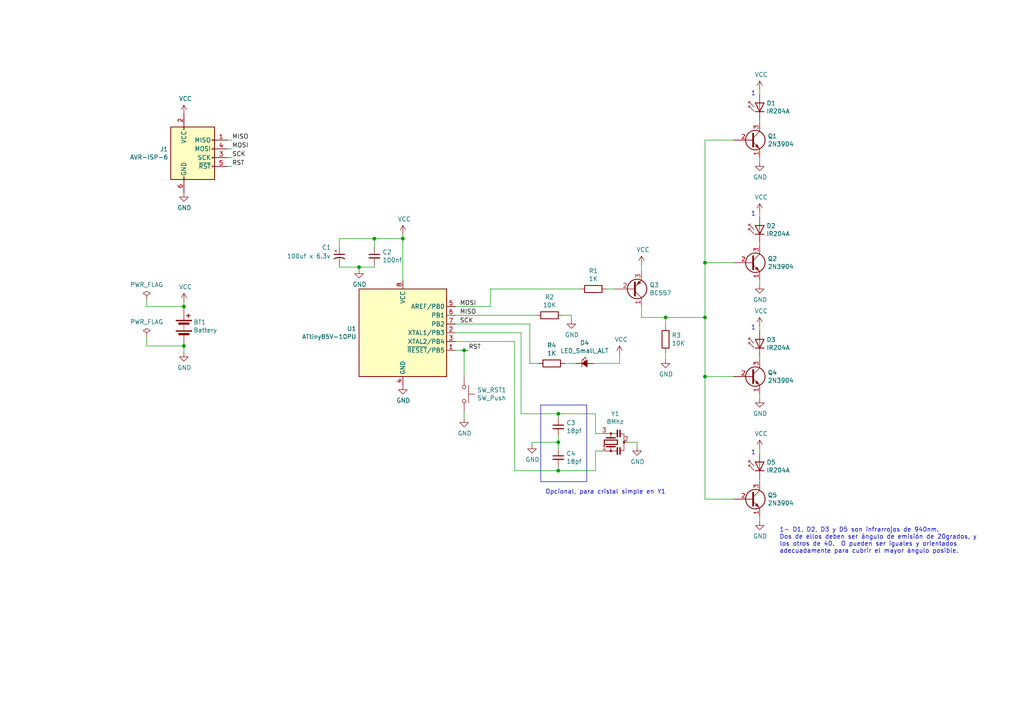
<source format=kicad_sch>
(kicad_sch (version 20230121) (generator eeschema)
  (paper "A4")
  (lib_symbols
    (symbol "Device:Battery" (pin_numbers hide) (pin_names (offset 0) hide)
      (property "Reference" "BT" (at 2.54 2.54 0))
      (property "Value" "Battery" (at 2.54 0 0))
      (symbol "Battery_0_1"
        (rectangle (start -2.286 -1.27) (end 2.286 -1.524) (fill (type outline)))
        (rectangle (start -2.286 1.778) (end 2.286 1.524) (fill (type outline)))
        (rectangle (start -1.524 -2.032) (end 1.524 -2.54) (fill (type outline)))
        (rectangle (start -1.524 1.016) (end 1.524 0.508) (fill (type outline)))
        (polyline (pts (xy 0 -1.016) (xy 0 -0.762)))
        (polyline (pts (xy 0 -0.508) (xy 0 -0.254)))
        (polyline (pts (xy 0 0) (xy 0 0.254)))
        (polyline (pts (xy 0 1.778) (xy 0 2.54)))
        (polyline (pts (xy 0.762 3.048) (xy 1.778 3.048)) (stroke (width 0.254)))
        (polyline (pts (xy 1.27 3.556) (xy 1.27 2.54)) (stroke (width 0.254)))
      )
      (symbol "Battery_1_1"
        (pin passive line (at 0 5.08 270) (length 2.54) (name "+") (number "1"))
        (pin passive line (at 0 -5.08 90) (length 2.54) (name "-") (number "2"))
      )
    )
    (symbol "Device:C_Small" (pin_numbers hide) (pin_names (offset 0.254) hide)
      (property "Reference" "C" (at 0.254 1.778 0))
      (property "Value" "C_Small" (at 0.254 -2.032 0))
      (symbol "C_Small_0_1"
        (polyline (pts (xy -1.524 -0.508) (xy 1.524 -0.508)) (stroke (width 0.3302)))
        (polyline (pts (xy -1.524 0.508) (xy 1.524 0.508)) (stroke (width 0.3048)))
      )
      (symbol "C_Small_1_1"
        (pin passive line (at 0 2.54 270) (length 2.032) (name "~") (number "1"))
        (pin passive line (at 0 -2.54 90) (length 2.032) (name "~") (number "2"))
      )
    )
    (symbol "Device:R" (pin_numbers hide) (pin_names (offset 0))
      (property "Reference" "R" (at 2.032 0 90))
      (property "Value" "R" (at 0 0 90))
      (symbol "R_0_1"
        (rectangle (start -1.016 -2.54) (end 1.016 2.54) (stroke (width 0.254)))
      )
      (symbol "R_1_1"
        (pin passive line (at 0 3.81 270) (length 1.27) (name "~") (number "1"))
        (pin passive line (at 0 -3.81 90) (length 1.27) (name "~") (number "2"))
      )
    )
    (symbol "Device:Resonator_Small" (pin_names (offset 1.016) hide)
      (property "Reference" "Y" (at 3.175 1.905 0))
      (property "Value" "Resonator_Small" (at 3.175 0 0))
      (symbol "Resonator_Small_0_1"
        (rectangle (start -3.556 -2.54) (end -1.524 -2.794) (fill (type outline)))
        (rectangle (start -3.556 -1.778) (end -1.524 -2.032) (fill (type outline)))
        (circle (center -2.54 0) (radius 0.254) (fill (type outline)))
        (rectangle (start -0.635 1.905) (end 0.635 -1.905) (stroke (width 0.3048)))
        (circle (center 0 -3.81) (radius 0.254) (fill (type outline)))
        (polyline (pts (xy -2.54 -1.778) (xy -2.54 0)))
        (polyline (pts (xy -2.54 0) (xy -1.397 0)))
        (polyline (pts (xy -2.54 1.27) (xy -2.54 0)))
        (polyline (pts (xy -1.27 -1.27) (xy -1.27 1.27)) (stroke (width 0.381)))
        (polyline (pts (xy 1.27 -1.27) (xy 1.27 1.27)) (stroke (width 0.381)))
        (polyline (pts (xy 1.27 0) (xy 2.54 0)))
        (polyline (pts (xy 2.54 0) (xy 2.54 -1.778)))
        (polyline (pts (xy 2.54 1.27) (xy 2.54 0)))
        (polyline (pts (xy 2.413 -2.794) (xy 2.413 -3.81) (xy -2.413 -3.81) (xy -2.413 -2.667)))
        (rectangle (start 1.524 -2.54) (end 3.556 -2.794) (fill (type outline)))
        (rectangle (start 1.524 -1.778) (end 3.556 -2.032) (fill (type outline)))
        (circle (center 2.54 0) (radius 0.254) (fill (type outline)))
      )
      (symbol "Resonator_Small_1_1"
        (pin passive line (at -2.54 2.54 270) (length 1.27) (name "1") (number "1"))
        (pin passive line (at 0 -5.08 90) (length 1.27) (name "2") (number "2"))
        (pin passive line (at 2.54 2.54 270) (length 1.27) (name "3") (number "3"))
      )
    )
    (symbol "LED:IR204A" (pin_numbers hide) (pin_names (offset 1.016) hide)
      (property "Reference" "D" (at 0.508 1.778 0))
      (property "Value" "IR204A" (at -1.016 -2.794 0))
      (symbol "IR204A_0_1"
        (polyline (pts (xy -2.54 1.27) (xy -2.54 -1.27)) (stroke (width 0.254)))
        (polyline (pts (xy 0 0) (xy -2.54 0)))
        (polyline (pts (xy 0.381 3.175) (xy -0.127 3.175)))
        (polyline (pts (xy -1.143 1.651) (xy 0.381 3.175) (xy 0.381 2.667)))
        (polyline (pts (xy 0 1.27) (xy -2.54 0) (xy 0 -1.27) (xy 0 1.27)) (stroke (width 0.254)))
        (polyline (pts (xy -2.413 1.651) (xy -0.889 3.175) (xy -0.889 2.667) (xy -0.889 3.175) (xy -1.397 3.175)))
      )
      (symbol "IR204A_1_1"
        (pin passive line (at -5.08 0 0) (length 2.54) (name "K") (number "1"))
        (pin passive line (at 2.54 0 180) (length 2.54) (name "A") (number "2"))
      )
    )
    (symbol "Switch:SW_Push" (pin_numbers hide) (pin_names (offset 1.016) hide)
      (property "Reference" "SW" (at 1.27 2.54 0))
      (property "Value" "SW_Push" (at 0 -1.524 0))
      (symbol "SW_Push_0_1"
        (circle (center -2.032 0) (radius 0.508))
        (polyline (pts (xy 0 1.27) (xy 0 3.048)))
        (polyline (pts (xy 2.54 1.27) (xy -2.54 1.27)))
        (circle (center 2.032 0) (radius 0.508))
        (pin passive line (at -5.08 0 0) (length 2.54) (name "1") (number "1"))
        (pin passive line (at 5.08 0 180) (length 2.54) (name "2") (number "2"))
      )
    )
    (symbol "TV-B-Gone-rescue:ATtiny85V-10PU-MCU_Microchip_ATtiny"
      (property "Reference" "U" (at -12.7 13.97 0))
      (property "Value" "MCU_Microchip_ATtiny_ATtiny85V-10PU" (at 2.54 -13.97 0))
      (symbol "ATtiny85V-10PU-MCU_Microchip_ATtiny_0_1"
        (rectangle (start -12.7 -12.7) (end 12.7 12.7) (stroke (width 0.254)) (fill (type background)))
      )
      (symbol "ATtiny85V-10PU-MCU_Microchip_ATtiny_1_1"
        (pin tri_state line (at 15.24 -5.08 180) (length 2.54) (name "~{RESET}/PB5") (number "1"))
        (pin tri_state line (at 15.24 0 180) (length 2.54) (name "XTAL1/PB3") (number "2"))
        (pin tri_state line (at 15.24 -2.54 180) (length 2.54) (name "XTAL2/PB4") (number "3"))
        (pin power_in line (at 0 -15.24 90) (length 2.54) (name "GND") (number "4"))
        (pin tri_state line (at 15.24 7.62 180) (length 2.54) (name "AREF/PB0") (number "5"))
        (pin tri_state line (at 15.24 5.08 180) (length 2.54) (name "PB1") (number "6"))
        (pin tri_state line (at 15.24 2.54 180) (length 2.54) (name "PB2") (number "7"))
        (pin power_in line (at 0 15.24 270) (length 2.54) (name "VCC") (number "8"))
      )
    )
    (symbol "TV-B-Gone-rescue:AVR-ISP-6-Connector" (pin_names (offset 1.016))
      (property "Reference" "J" (at 0 10.16 0))
      (property "Value" "Connector_AVR-ISP-6" (at 0 -7.62 0))
      (symbol "AVR-ISP-6-Connector_0_1"
        (rectangle (start -2.667 -5.588) (end -2.413 -6.35))
        (rectangle (start -2.667 8.89) (end -2.413 8.128))
        (rectangle (start 6.35 -2.413) (end 5.588 -2.667))
        (rectangle (start 6.35 0.127) (end 5.588 -0.127))
        (rectangle (start 6.35 2.667) (end 5.588 2.413))
        (rectangle (start 6.35 5.207) (end 5.588 4.953))
        (rectangle (start 6.35 8.89) (end -6.35 -6.35) (stroke (width 0.254)) (fill (type background)))
      )
      (symbol "AVR-ISP-6-Connector_1_1"
        (pin passive line (at 10.16 5.08 180) (length 3.81) (name "MISO") (number "1"))
        (pin power_in line (at -2.54 12.7 270) (length 3.81) (name "VCC") (number "2"))
        (pin passive line (at 10.16 0 180) (length 3.81) (name "SCK") (number "3"))
        (pin passive line (at 10.16 2.54 180) (length 3.81) (name "MOSI") (number "4"))
        (pin passive line (at 10.16 -2.54 180) (length 3.81) (name "~{RST}") (number "5"))
        (pin power_in line (at -2.54 -10.16 90) (length 3.81) (name "GND") (number "6"))
      )
    )
    (symbol "TV-B-Gone-rescue:CP1_Small-Device" (pin_numbers hide) (pin_names (offset 0.254) hide)
      (property "Reference" "C" (at 0.254 1.778 0))
      (property "Value" "Device_CP1_Small" (at 0.254 -2.032 0))
      (symbol "CP1_Small-Device_0_1"
        (polyline (pts (xy -1.524 0.508) (xy 1.524 0.508)) (stroke (width 0.3048)))
        (polyline (pts (xy -1.27 1.524) (xy -0.762 1.524)))
        (polyline (pts (xy -1.016 1.27) (xy -1.016 1.778)))
        (arc (start 1.524 -0.762) (mid 0 -0.3734) (end -1.524 -0.762) (stroke (width 0.3048)))
      )
      (symbol "CP1_Small-Device_1_1"
        (pin passive line (at 0 2.54 270) (length 2.032) (name "~") (number "1"))
        (pin passive line (at 0 -2.54 90) (length 2.032) (name "~") (number "2"))
      )
    )
    (symbol "TV-B-Gone-rescue:LED_Small_ALT-Device" (pin_numbers hide) (pin_names (offset 0.254) hide)
      (property "Reference" "D" (at -1.27 3.175 0))
      (property "Value" "Device_LED_Small_ALT" (at -4.445 -2.54 0))
      (symbol "LED_Small_ALT-Device_0_1"
        (polyline (pts (xy -0.762 -1.016) (xy -0.762 1.016)))
        (polyline (pts (xy 1.016 0) (xy -0.762 0)))
        (polyline (pts (xy 0.762 -1.016) (xy -0.762 0) (xy 0.762 1.016) (xy 0.762 -1.016)) (fill (type outline)))
        (polyline (pts (xy 0 0.762) (xy -0.508 1.27) (xy -0.254 1.27) (xy -0.508 1.27) (xy -0.508 1.016)))
        (polyline (pts (xy 0.508 1.27) (xy 0 1.778) (xy 0.254 1.778) (xy 0 1.778) (xy 0 1.524)))
      )
      (symbol "LED_Small_ALT-Device_1_1"
        (pin passive line (at -2.54 0 0) (length 1.778) (name "K") (number "1"))
        (pin passive line (at 2.54 0 180) (length 1.778) (name "A") (number "2"))
      )
    )
    (symbol "Transistor_BJT:2N3904" (pin_names (offset 0) hide)
      (property "Reference" "Q" (at 5.08 1.905 0))
      (property "Value" "2N3904" (at 5.08 0 0))
      (symbol "2N3904_0_1"
        (polyline (pts (xy 0.635 0.635) (xy 2.54 2.54)))
        (polyline (pts (xy 0.635 -0.635) (xy 2.54 -2.54) (xy 2.54 -2.54)))
        (polyline (pts (xy 0.635 1.905) (xy 0.635 -1.905) (xy 0.635 -1.905)) (stroke (width 0.508)))
        (polyline (pts (xy 1.27 -1.778) (xy 1.778 -1.27) (xy 2.286 -2.286) (xy 1.27 -1.778) (xy 1.27 -1.778)) (fill (type outline)))
        (circle (center 1.27 0) (radius 2.8194) (stroke (width 0.254)))
      )
      (symbol "2N3904_1_1"
        (pin passive line (at 2.54 -5.08 90) (length 2.54) (name "E") (number "1"))
        (pin passive line (at -5.08 0 0) (length 5.715) (name "B") (number "2"))
        (pin passive line (at 2.54 5.08 270) (length 2.54) (name "C") (number "3"))
      )
    )
    (symbol "Transistor_BJT:BC557" (pin_names (offset 0) hide)
      (property "Reference" "Q" (at 5.08 1.905 0))
      (property "Value" "BC557" (at 5.08 0 0))
      (symbol "BC557_0_1"
        (polyline (pts (xy 0.635 0.635) (xy 2.54 2.54)))
        (polyline (pts (xy 0.635 -0.635) (xy 2.54 -2.54) (xy 2.54 -2.54)))
        (polyline (pts (xy 0.635 1.905) (xy 0.635 -1.905) (xy 0.635 -1.905)) (stroke (width 0.508)))
        (polyline (pts (xy 2.286 -1.778) (xy 1.778 -2.286) (xy 1.27 -1.27) (xy 2.286 -1.778) (xy 2.286 -1.778)) (fill (type outline)))
        (circle (center 1.27 0) (radius 2.8194) (stroke (width 0.254)))
      )
      (symbol "BC557_1_1"
        (pin passive line (at 2.54 5.08 270) (length 2.54) (name "C") (number "1"))
        (pin input line (at -5.08 0 0) (length 5.715) (name "B") (number "2"))
        (pin passive line (at 2.54 -5.08 90) (length 2.54) (name "E") (number "3"))
      )
    )
    (symbol "power:GND" (power) (pin_names (offset 0))
      (property "Value" "GND" (at 0 -3.81 0))
      (symbol "GND_0_1"
        (polyline (pts (xy 0 0) (xy 0 -1.27) (xy 1.27 -1.27) (xy 0 -2.54) (xy -1.27 -1.27) (xy 0 -1.27)))
      )
      (symbol "GND_1_1"
        (pin power_in line (at 0 0 270) (length 0) hide (name "GND") (number "1"))
      )
    )
    (symbol "power:PWR_FLAG" (power) (pin_numbers hide) (pin_names (offset 0) hide)
      (property "Value" "PWR_FLAG" (at 0 3.81 0))
      (symbol "PWR_FLAG_0_0"
        (pin power_out line (at 0 0 90) (length 0) (name "pwr") (number "1"))
      )
      (symbol "PWR_FLAG_0_1"
        (polyline (pts (xy 0 0) (xy 0 1.27) (xy -1.016 1.905) (xy 0 2.54) (xy 1.016 1.905) (xy 0 1.27)))
      )
    )
    (symbol "power:VCC" (power) (pin_names (offset 0))
      (property "Value" "VCC" (at 0 3.81 0))
      (symbol "VCC_0_1"
        (polyline (pts (xy -0.762 1.27) (xy 0 2.54)))
        (polyline (pts (xy 0 0) (xy 0 2.54)))
        (polyline (pts (xy 0 2.54) (xy 0.762 1.27)))
      )
      (symbol "VCC_1_1"
        (pin power_in line (at 0 0 90) (length 0) hide (name "VCC") (number "1"))
      )
    )
  )
  (junction (at 53.34 88.9))
  (junction (at 204.47 109.22))
  (junction (at 116.84 69.215))
  (junction (at 108.585 69.215))
  (junction (at 104.14 77.47))
  (junction (at 161.925 128.27))
  (junction (at 193.04 92.075))
  (junction (at 53.34 100.33))
  (junction (at 204.47 92.075))
  (junction (at 204.47 76.2))
  (junction (at 161.925 120.015))
  (junction (at 161.925 136.525))
  (junction (at 134.62 101.6))
  (wire (pts (xy 53.34 100.33) (xy 53.34 102.235)))
  (wire (pts (xy 172.72 125.73) (xy 174.625 125.73)))
  (wire (pts (xy 174.625 130.81) (xy 172.72 130.81)))
  (wire (pts (xy 108.585 71.755) (xy 108.585 69.215)))
  (wire (pts (xy 212.725 40.64) (xy 204.47 40.64)))
  (wire (pts (xy 42.545 86.995) (xy 42.545 88.9)))
  (wire (pts (xy 165.735 91.44) (xy 165.735 92.71)))
  (wire (pts (xy 220.345 103.505) (xy 220.345 104.14)))
  (wire (pts (xy 220.345 114.3) (xy 220.345 115.57)))
  (wire (pts (xy 98.425 69.215) (xy 98.425 71.755)))
  (wire (pts (xy 172.085 105.41) (xy 179.705 105.41)))
  (wire (pts (xy 132.08 93.98) (xy 153.67 93.98)))
  (wire (pts (xy 220.345 45.72) (xy 220.345 46.99)))
  (wire (pts (xy 116.84 67.945) (xy 116.84 69.215)))
  (wire (pts (xy 104.14 78.105) (xy 104.14 77.47)))
  (wire (pts (xy 132.08 91.44) (xy 155.575 91.44)))
  (wire (pts (xy 193.04 102.235) (xy 193.04 104.14)))
  (wire (pts (xy 172.72 136.525) (xy 161.925 136.525)))
  (wire (pts (xy 98.425 69.215) (xy 108.585 69.215)))
  (wire (pts (xy 220.345 70.485) (xy 220.345 71.12)))
  (wire (pts (xy 220.345 26.035) (xy 220.345 27.305)))
  (wire (pts (xy 108.585 77.47) (xy 108.585 76.835)))
  (wire (pts (xy 142.24 83.82) (xy 142.24 88.9)))
  (wire (pts (xy 66.04 43.18) (xy 67.31 43.18)))
  (polyline (pts (xy 156.845 139.7) (xy 170.18 139.7)))
  (wire (pts (xy 161.925 136.525) (xy 149.225 136.525)))
  (wire (pts (xy 220.345 81.28) (xy 220.345 82.55)))
  (wire (pts (xy 108.585 69.215) (xy 116.84 69.215)))
  (wire (pts (xy 186.055 92.075) (xy 193.04 92.075)))
  (wire (pts (xy 42.545 88.9) (xy 53.34 88.9)))
  (wire (pts (xy 132.08 101.6) (xy 134.62 101.6)))
  (wire (pts (xy 220.345 34.925) (xy 220.345 35.56)))
  (wire (pts (xy 204.47 92.075) (xy 204.47 109.22)))
  (wire (pts (xy 220.345 61.595) (xy 220.345 62.865)))
  (wire (pts (xy 168.275 83.82) (xy 142.24 83.82)))
  (wire (pts (xy 220.345 94.615) (xy 220.345 95.885)))
  (wire (pts (xy 98.425 76.835) (xy 98.425 77.47)))
  (wire (pts (xy 53.34 87.63) (xy 53.34 88.9)))
  (wire (pts (xy 220.345 139.065) (xy 220.345 139.7)))
  (wire (pts (xy 161.925 126.365) (xy 161.925 128.27)))
  (wire (pts (xy 186.055 76.835) (xy 186.055 78.74)))
  (wire (pts (xy 167.005 105.41) (xy 163.83 105.41)))
  (wire (pts (xy 204.47 109.22) (xy 204.47 144.78)))
  (wire (pts (xy 161.925 121.285) (xy 161.925 120.015)))
  (wire (pts (xy 179.705 105.41) (xy 179.705 102.87)))
  (wire (pts (xy 66.04 40.64) (xy 67.31 40.64)))
  (wire (pts (xy 42.545 100.33) (xy 53.34 100.33)))
  (wire (pts (xy 161.925 128.27) (xy 161.925 130.175)))
  (wire (pts (xy 172.72 130.81) (xy 172.72 136.525)))
  (wire (pts (xy 172.72 120.015) (xy 172.72 125.73)))
  (wire (pts (xy 154.305 128.27) (xy 161.925 128.27)))
  (wire (pts (xy 193.04 94.615) (xy 193.04 92.075)))
  (wire (pts (xy 204.47 76.2) (xy 204.47 92.075)))
  (wire (pts (xy 149.225 99.06) (xy 132.08 99.06)))
  (wire (pts (xy 204.47 144.78) (xy 212.725 144.78)))
  (wire (pts (xy 134.62 119.38) (xy 134.62 121.285)))
  (wire (pts (xy 98.425 77.47) (xy 104.14 77.47)))
  (wire (pts (xy 182.245 128.27) (xy 184.785 128.27)))
  (wire (pts (xy 161.925 135.255) (xy 161.925 136.525)))
  (wire (pts (xy 149.225 136.525) (xy 149.225 99.06)))
  (wire (pts (xy 153.67 105.41) (xy 153.67 93.98)))
  (wire (pts (xy 154.305 128.905) (xy 154.305 128.27)))
  (wire (pts (xy 66.04 48.26) (xy 67.31 48.26)))
  (polyline (pts (xy 156.845 117.475) (xy 156.845 139.7)))
  (wire (pts (xy 193.04 92.075) (xy 204.47 92.075)))
  (wire (pts (xy 134.62 101.6) (xy 135.89 101.6)))
  (wire (pts (xy 161.925 120.015) (xy 172.72 120.015)))
  (wire (pts (xy 151.13 120.015) (xy 161.925 120.015)))
  (wire (pts (xy 204.47 40.64) (xy 204.47 76.2)))
  (wire (pts (xy 116.84 69.215) (xy 116.84 81.28)))
  (wire (pts (xy 42.545 97.79) (xy 42.545 100.33)))
  (wire (pts (xy 156.21 105.41) (xy 153.67 105.41)))
  (wire (pts (xy 212.725 109.22) (xy 204.47 109.22)))
  (wire (pts (xy 184.785 128.27) (xy 184.785 129.54)))
  (wire (pts (xy 220.345 130.175) (xy 220.345 131.445)))
  (wire (pts (xy 163.195 91.44) (xy 165.735 91.44)))
  (wire (pts (xy 132.08 96.52) (xy 151.13 96.52)))
  (polyline (pts (xy 170.18 117.475) (xy 156.845 117.475)))
  (wire (pts (xy 104.14 77.47) (xy 108.585 77.47)))
  (wire (pts (xy 151.13 96.52) (xy 151.13 120.015)))
  (wire (pts (xy 178.435 83.82) (xy 175.895 83.82)))
  (wire (pts (xy 220.345 149.86) (xy 220.345 151.13)))
  (wire (pts (xy 53.34 99.695) (xy 53.34 100.33)))
  (wire (pts (xy 186.055 88.9) (xy 186.055 92.075)))
  (wire (pts (xy 212.725 76.2) (xy 204.47 76.2)))
  (polyline (pts (xy 170.18 139.7) (xy 170.18 117.475)))
  (wire (pts (xy 132.08 88.9) (xy 142.24 88.9)))
  (wire (pts (xy 66.04 45.72) (xy 67.31 45.72)))
  (wire (pts (xy 134.62 101.6) (xy 134.62 109.22)))
  (wire (pts (xy 53.34 88.9) (xy 53.34 89.535)))
  (text "1" (at 217.805 27.94 0) (effects (font (size 1.27 1.27)) (justify left bottom)))
  (text "1- D1, D2, D3 y D5 son infrarrojos de 940nm.\nDos de ellos deben ser ángulo de emisión de 20grados, y \nlos otros de 40.  O pueden ser iguales y orientados\nadecuadamente para cubrir el mayor ángulo posible." (at 226.06 160.655 0) (effects (font (size 1.27 1.27)) (justify left bottom)))
  (text "1" (at 217.805 95.885 0) (effects (font (size 1.27 1.27)) (justify left bottom)))
  (text "1" (at 217.805 132.08 0) (effects (font (size 1.27 1.27)) (justify left bottom)))
  (text "Opcional, para cristal simple en Y1" (at 158.115 143.51 0) (effects (font (size 1.27 1.27)) (justify left bottom)))
  (text "1" (at 217.805 62.865 0) (effects (font (size 1.27 1.27)) (justify left bottom)))
  (label "RST" (at 67.31 48.26 0))
  (label "RST" (at 135.89 101.6 0))
  (label "MOSI" (at 133.35 88.9 0))
  (label "MISO" (at 133.35 91.44 0))
  (label "MISO" (at 67.31 40.64 0))
  (label "SCK" (at 67.31 45.72 0))
  (label "MOSI" (at 67.31 43.18 0))
  (label "SCK" (at 133.35 93.98 0))
  (symbol (lib_id "TV-B-Gone-rescue:ATtiny85V-10PU-MCU_Microchip_ATtiny") (at 116.84 96.52 0) (unit 1)
    (property "Reference" "U1" (at 103.378 95.3516 0) (effects (justify right)))
    (property "Value" "ATtiny85V-10PU" (at 103.378 97.663 0) (effects (justify right)))
    (property "Footprint" "Package_DIP:DIP-8_W7.62mm" (effects hide))
    (property "Datasheet" "http://ww1.microchip.com/downloads/en/DeviceDoc/atmel-2586-avr-8-bit-microcontroller-attiny25-attiny45-attiny85_datasheet.pdf" (effects hide))
  )
  (symbol (lib_id "Switch:SW_Push") (at 134.62 114.3 270) (unit 1)
    (property "Reference" "SW_RST1" (at 138.3792 113.1316 90) (effects (justify left)))
    (property "Value" "SW_Push" (at 138.3792 115.443 90) (effects (justify left)))
    (property "Footprint" "Button_Switch_THT:SW_PUSH_6mm_H5mm" (effects hide))
  )
  (symbol (lib_id "TV-B-Gone-rescue:AVR-ISP-6-Connector") (at 55.88 45.72 0) (unit 1)
    (property "Reference" "J1" (at 48.768 43.2816 0) (effects (justify right)))
    (property "Value" "AVR-ISP-6" (at 48.768 45.593 0) (effects (justify right)))
    (property "Footprint" "Connector_PinHeader_2.54mm:PinHeader_2x03_P2.54mm_Vertical" (effects hide))
    (property "Datasheet" " ~" (effects hide))
  )
  (symbol (lib_id "power:GND") (at 53.34 55.88 0) (unit 1)
    (property "Reference" "#PWR04" (effects hide))
    (property "Value" "GND" (at 53.467 60.2742 0))
  )
  (symbol (lib_id "power:GND") (at 116.84 111.76 0) (unit 1)
    (property "Reference" "#PWR016" (effects hide))
    (property "Value" "GND" (at 116.967 116.1542 0))
  )
  (symbol (lib_id "power:VCC") (at 53.34 33.02 0) (unit 1)
    (property "Reference" "#PWR02" (effects hide))
    (property "Value" "VCC" (at 53.7718 28.6258 0))
  )
  (symbol (lib_id "power:GND") (at 184.785 129.54 0) (unit 1)
    (property "Reference" "#PWR018" (effects hide))
    (property "Value" "GND" (at 184.912 133.9342 0))
  )
  (symbol (lib_id "power:VCC") (at 116.84 67.945 0) (unit 1)
    (property "Reference" "#PWR06" (effects hide))
    (property "Value" "VCC" (at 117.2718 63.5508 0))
  )
  (symbol (lib_id "TV-B-Gone-rescue:CP1_Small-Device") (at 98.425 74.295 0) (unit 1)
    (property "Reference" "C1" (at 93.345 71.755 0) (effects (justify left)))
    (property "Value" "100uf x 6.3v" (at 83.185 74.295 0) (effects (justify left)))
    (property "Footprint" "Capacitor_THT:CP_Radial_D6.3mm_P2.50mm" (effects hide))
  )
  (symbol (lib_id "power:GND") (at 104.14 78.105 0) (unit 1)
    (property "Reference" "#PWR08" (effects hide))
    (property "Value" "GND" (at 104.267 82.4992 0))
  )
  (symbol (lib_id "Device:Resonator_Small") (at 177.165 128.27 90) (unit 1)
    (property "Reference" "Y1" (at 178.435 120.015 90))
    (property "Value" "8Mhz" (at 178.435 122.3264 90))
    (property "Footprint" "Crystal:Resonator-3Pin_W10.0mm_H5.0mm" (effects hide))
  )
  (symbol (lib_id "Transistor_BJT:2N3904") (at 217.805 40.64 0) (unit 1)
    (property "Reference" "Q1" (at 222.6564 39.4716 0) (effects (justify left)))
    (property "Value" "2N3904" (at 222.6564 41.783 0) (effects (justify left)))
    (property "Footprint" "Package_TO_SOT_THT:TO-92_Inline" (effects hide))
    (property "Datasheet" "https://www.fairchildsemi.com/datasheets/2N/2N3904.pdf" (effects hide))
  )
  (symbol (lib_id "Transistor_BJT:BC557") (at 183.515 83.82 0) (mirror x) (unit 1)
    (property "Reference" "Q3" (at 188.3664 82.6516 0) (effects (justify left)))
    (property "Value" "BC557" (at 188.3664 84.963 0) (effects (justify left)))
    (property "Footprint" "Package_TO_SOT_THT:TO-92_Inline" (effects hide))
    (property "Datasheet" "http://www.fairchildsemi.com/ds/BC/BC557.pdf" (effects hide))
  )
  (symbol (lib_id "TV-B-Gone-rescue:LED_Small_ALT-Device") (at 169.545 105.41 0) (unit 1)
    (property "Reference" "D4" (at 169.545 99.441 0))
    (property "Value" "LED_Small_ALT" (at 169.545 101.7524 0))
    (property "Footprint" "LED_THT:LED_D3.0mm" (effects hide))
  )
  (symbol (lib_id "Device:R") (at 160.02 105.41 270) (unit 1)
    (property "Reference" "R4" (at 160.02 100.1522 90))
    (property "Value" "1K" (at 160.02 102.4636 90))
    (property "Footprint" "Resistor_THT:R_Axial_DIN0309_L9.0mm_D3.2mm_P12.70mm_Horizontal" (effects hide))
  )
  (symbol (lib_id "power:VCC") (at 179.705 102.87 0) (unit 1)
    (property "Reference" "#PWR014" (effects hide))
    (property "Value" "VCC" (at 180.1368 98.4758 0))
  )
  (symbol (lib_id "LED:IR204A") (at 220.345 29.845 90) (unit 1)
    (property "Reference" "D1" (at 222.3008 29.9466 90) (effects (justify right)))
    (property "Value" "IR204A" (at 222.3008 32.258 90) (effects (justify right)))
    (property "Footprint" "LED_THT:LED_D3.0mm_IRBlack" (effects hide))
    (property "Datasheet" "http://www.everlight.com/file/ProductFile/IR204-A.pdf" (effects hide))
  )
  (symbol (lib_id "power:VCC") (at 220.345 26.035 0) (unit 1)
    (property "Reference" "#PWR01" (effects hide))
    (property "Value" "VCC" (at 220.7768 21.6408 0))
  )
  (symbol (lib_id "power:GND") (at 134.62 121.285 0) (unit 1)
    (property "Reference" "#PWR019" (effects hide))
    (property "Value" "GND" (at 134.747 125.6792 0))
  )
  (symbol (lib_id "power:GND") (at 220.345 46.99 0) (unit 1)
    (property "Reference" "#PWR03" (effects hide))
    (property "Value" "GND" (at 220.472 51.3842 0))
  )
  (symbol (lib_id "Transistor_BJT:2N3904") (at 217.805 76.2 0) (unit 1)
    (property "Reference" "Q2" (at 222.6564 75.0316 0) (effects (justify left)))
    (property "Value" "2N3904" (at 222.6564 77.343 0) (effects (justify left)))
    (property "Footprint" "Package_TO_SOT_THT:TO-92_Inline" (effects hide))
    (property "Datasheet" "https://www.fairchildsemi.com/datasheets/2N/2N3904.pdf" (effects hide))
  )
  (symbol (lib_id "LED:IR204A") (at 220.345 65.405 90) (unit 1)
    (property "Reference" "D2" (at 222.3008 65.5066 90) (effects (justify right)))
    (property "Value" "IR204A" (at 222.3008 67.818 90) (effects (justify right)))
    (property "Footprint" "LED_THT:LED_D3.0mm_IRBlack" (effects hide))
    (property "Datasheet" "http://www.everlight.com/file/ProductFile/IR204-A.pdf" (effects hide))
  )
  (symbol (lib_id "power:VCC") (at 220.345 61.595 0) (unit 1)
    (property "Reference" "#PWR05" (effects hide))
    (property "Value" "VCC" (at 220.7768 57.2008 0))
  )
  (symbol (lib_id "power:GND") (at 220.345 82.55 0) (unit 1)
    (property "Reference" "#PWR09" (effects hide))
    (property "Value" "GND" (at 220.472 86.9442 0))
  )
  (symbol (lib_id "Transistor_BJT:2N3904") (at 217.805 109.22 0) (unit 1)
    (property "Reference" "Q4" (at 222.6564 108.0516 0) (effects (justify left)))
    (property "Value" "2N3904" (at 222.6564 110.363 0) (effects (justify left)))
    (property "Footprint" "Package_TO_SOT_THT:TO-92_Inline" (effects hide))
    (property "Datasheet" "https://www.fairchildsemi.com/datasheets/2N/2N3904.pdf" (effects hide))
  )
  (symbol (lib_id "LED:IR204A") (at 220.345 98.425 90) (unit 1)
    (property "Reference" "D3" (at 222.3008 98.5266 90) (effects (justify right)))
    (property "Value" "IR204A" (at 222.3008 100.838 90) (effects (justify right)))
    (property "Footprint" "LED_THT:LED_D3.0mm_IRBlack" (effects hide))
    (property "Datasheet" "http://www.everlight.com/file/ProductFile/IR204-A.pdf" (effects hide))
  )
  (symbol (lib_id "power:VCC") (at 220.345 94.615 0) (unit 1)
    (property "Reference" "#PWR012" (effects hide))
    (property "Value" "VCC" (at 220.7768 90.2208 0))
  )
  (symbol (lib_id "power:GND") (at 220.345 115.57 0) (unit 1)
    (property "Reference" "#PWR017" (effects hide))
    (property "Value" "GND" (at 220.472 119.9642 0))
  )
  (symbol (lib_id "Transistor_BJT:2N3904") (at 217.805 144.78 0) (unit 1)
    (property "Reference" "Q5" (at 222.6564 143.6116 0) (effects (justify left)))
    (property "Value" "2N3904" (at 222.6564 145.923 0) (effects (justify left)))
    (property "Footprint" "Package_TO_SOT_THT:TO-92_Inline" (effects hide))
    (property "Datasheet" "https://www.fairchildsemi.com/datasheets/2N/2N3904.pdf" (effects hide))
  )
  (symbol (lib_id "LED:IR204A") (at 220.345 133.985 90) (unit 1)
    (property "Reference" "D5" (at 222.3008 134.0866 90) (effects (justify right)))
    (property "Value" "IR204A" (at 222.3008 136.398 90) (effects (justify right)))
    (property "Footprint" "LED_THT:LED_D3.0mm_IRBlack" (effects hide))
    (property "Datasheet" "http://www.everlight.com/file/ProductFile/IR204-A.pdf" (effects hide))
  )
  (symbol (lib_id "power:VCC") (at 220.345 130.175 0) (unit 1)
    (property "Reference" "#PWR020" (effects hide))
    (property "Value" "VCC" (at 220.7768 125.7808 0))
  )
  (symbol (lib_id "power:GND") (at 220.345 151.13 0) (unit 1)
    (property "Reference" "#PWR021" (effects hide))
    (property "Value" "GND" (at 220.472 155.5242 0))
  )
  (symbol (lib_id "Device:R") (at 159.385 91.44 270) (unit 1)
    (property "Reference" "R2" (at 159.385 86.1822 90))
    (property "Value" "10K" (at 159.385 88.4936 90))
    (property "Footprint" "Resistor_THT:R_Axial_DIN0309_L9.0mm_D3.2mm_P12.70mm_Horizontal" (effects hide))
  )
  (symbol (lib_id "power:GND") (at 165.735 92.71 0) (unit 1)
    (property "Reference" "#PWR011" (effects hide))
    (property "Value" "GND" (at 165.862 97.1042 0))
  )
  (symbol (lib_id "Device:C_Small") (at 161.925 123.825 0) (unit 1)
    (property "Reference" "C3" (at 164.2618 122.6566 0) (effects (justify left)))
    (property "Value" "18pf" (at 164.2618 124.968 0) (effects (justify left)))
    (property "Footprint" "Capacitor_THT:C_Disc_D3.0mm_W2.0mm_P2.50mm" (effects hide))
  )
  (symbol (lib_id "power:VCC") (at 186.055 76.835 0) (unit 1)
    (property "Reference" "#PWR07" (effects hide))
    (property "Value" "VCC" (at 186.4868 72.4408 0))
  )
  (symbol (lib_id "Device:C_Small") (at 161.925 132.715 0) (unit 1)
    (property "Reference" "C4" (at 164.2618 131.5466 0) (effects (justify left)))
    (property "Value" "18pf" (at 164.2618 133.858 0) (effects (justify left)))
    (property "Footprint" "Capacitor_THT:C_Disc_D3.0mm_W2.0mm_P2.50mm" (effects hide))
  )
  (symbol (lib_id "Device:R") (at 193.04 98.425 180) (unit 1)
    (property "Reference" "R3" (at 194.818 97.2566 0) (effects (justify right)))
    (property "Value" "10K" (at 194.818 99.568 0) (effects (justify right)))
    (property "Footprint" "Resistor_THT:R_Axial_DIN0309_L9.0mm_D3.2mm_P12.70mm_Horizontal" (effects hide))
  )
  (symbol (lib_id "power:GND") (at 193.04 104.14 0) (unit 1)
    (property "Reference" "#PWR015" (effects hide))
    (property "Value" "GND" (at 193.167 108.5342 0))
  )
  (symbol (lib_id "Device:R") (at 172.085 83.82 270) (unit 1)
    (property "Reference" "R1" (at 172.085 78.5622 90))
    (property "Value" "1K" (at 172.085 80.8736 90))
    (property "Footprint" "Resistor_THT:R_Axial_DIN0309_L9.0mm_D3.2mm_P12.70mm_Horizontal" (effects hide))
  )
  (symbol (lib_id "power:GND") (at 154.305 128.905 0) (unit 1)
    (property "Reference" "#PWR022" (effects hide))
    (property "Value" "GND" (at 154.432 133.2992 0))
  )
  (symbol (lib_id "Device:Battery") (at 53.34 94.615 0) (unit 1)
    (property "Reference" "BT1" (at 56.0832 93.4466 0) (effects (justify left)))
    (property "Value" "Battery" (at 56.0832 95.758 0) (effects (justify left)))
    (property "Footprint" "Connector_PinHeader_2.54mm:PinHeader_1x02_P2.54mm_Vertical" (effects hide))
  )
  (symbol (lib_id "power:VCC") (at 53.34 87.63 0) (unit 1)
    (property "Reference" "#PWR010" (effects hide))
    (property "Value" "VCC" (at 53.7718 83.2358 0))
  )
  (symbol (lib_id "power:GND") (at 53.34 102.235 0) (unit 1)
    (property "Reference" "#PWR013" (effects hide))
    (property "Value" "GND" (at 53.467 106.6292 0))
  )
  (symbol (lib_id "power:PWR_FLAG") (at 42.545 86.995 0) (unit 1)
    (property "Reference" "#FLG0101" (effects hide))
    (property "Value" "PWR_FLAG" (at 42.545 82.5754 0))
  )
  (symbol (lib_id "power:PWR_FLAG") (at 42.545 97.79 0) (unit 1)
    (property "Reference" "#FLG0102" (effects hide))
    (property "Value" "PWR_FLAG" (at 42.545 93.3704 0))
  )
  (symbol (lib_id "Device:C_Small") (at 108.585 74.295 0) (unit 1)
    (property "Reference" "C2" (at 110.9218 73.1266 0) (effects (justify left)))
    (property "Value" "100nf" (at 110.9218 75.438 0) (effects (justify left)))
    (property "Footprint" "Capacitor_THT:C_Disc_D7.5mm_W2.5mm_P5.00mm" (effects hide))
  )
)
</source>
